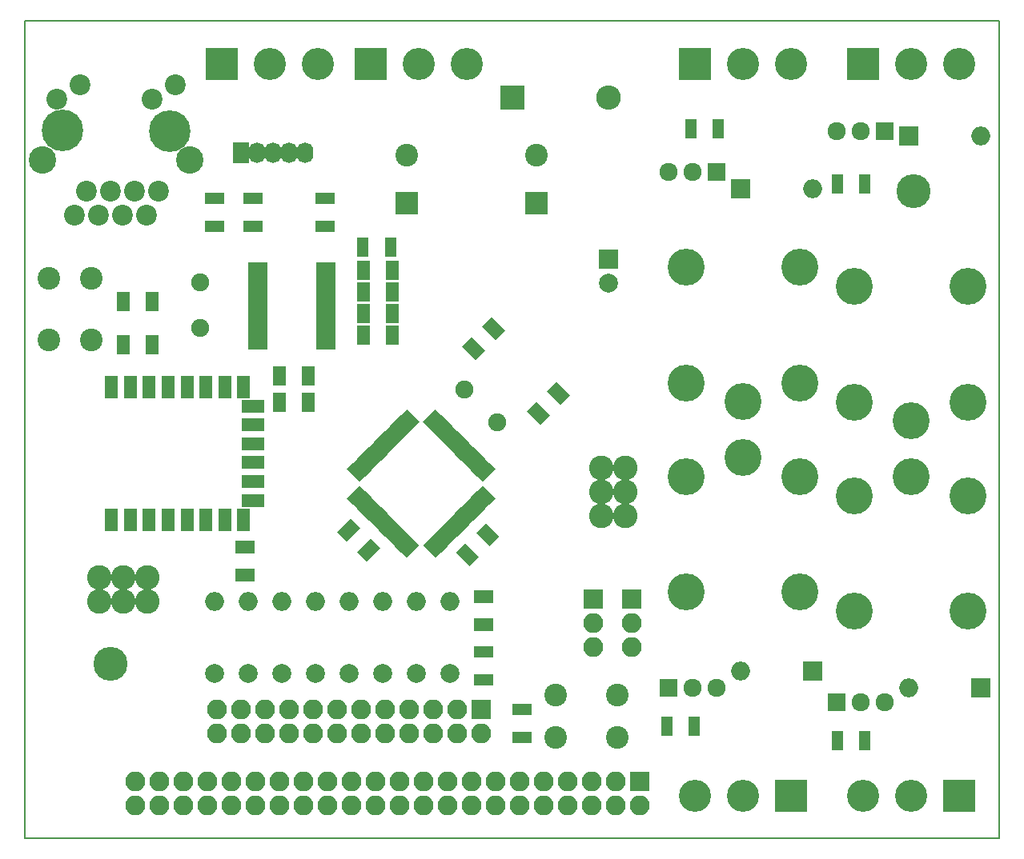
<source format=gts>
G04 #@! TF.FileFunction,Soldermask,Top*
%FSLAX46Y46*%
G04 Gerber Fmt 4.6, Leading zero omitted, Abs format (unit mm)*
G04 Created by KiCad (PCBNEW 4.0.7) date 03/03/18 09:37:42*
%MOMM*%
%LPD*%
G01*
G04 APERTURE LIST*
%ADD10C,0.100000*%
%ADD11C,0.150000*%
%ADD12C,3.600000*%
%ADD13R,1.400000X2.400000*%
%ADD14R,2.400000X1.400000*%
%ADD15C,3.900000*%
%ADD16R,1.400000X2.000000*%
%ADD17R,2.000000X1.400000*%
%ADD18R,2.000000X2.000000*%
%ADD19C,2.000000*%
%ADD20R,2.400000X2.400000*%
%ADD21C,2.400000*%
%ADD22R,2.600000X2.600000*%
%ADD23O,2.600000X2.600000*%
%ADD24R,2.100000X2.100000*%
%ADD25O,2.100000X2.100000*%
%ADD26R,3.400000X3.400000*%
%ADD27C,3.400000*%
%ADD28C,2.200000*%
%ADD29C,4.400000*%
%ADD30C,2.900000*%
%ADD31R,2.100000X1.300000*%
%ADD32O,2.000000X2.000000*%
%ADD33R,1.300000X2.100000*%
%ADD34C,2.600000*%
%ADD35C,1.920000*%
%ADD36R,1.920000X1.920000*%
%ADD37R,1.750000X2.200000*%
%ADD38O,1.750000X2.200000*%
%ADD39C,1.900000*%
%ADD40R,2.150000X0.850000*%
G04 APERTURE END LIST*
D10*
D11*
X30000000Y-116500000D02*
X30000000Y-30000000D01*
X133000000Y-116500000D02*
X30000000Y-116500000D01*
X133000000Y-30000000D02*
X133000000Y-116500000D01*
X30000000Y-30000000D02*
X133000000Y-30000000D01*
D12*
X38989000Y-98044000D03*
D13*
X39116000Y-82804000D03*
X41116000Y-82804000D03*
X43116000Y-82804000D03*
X45116000Y-82804000D03*
X47116000Y-82804000D03*
X49116000Y-82804000D03*
X51116000Y-82804000D03*
X53116000Y-82804000D03*
X53116000Y-68804000D03*
X51116000Y-68804000D03*
X49116000Y-68804000D03*
X47116000Y-68804000D03*
X45116000Y-68804000D03*
X43116000Y-68804000D03*
X41116000Y-68804000D03*
X39116000Y-68804000D03*
D14*
X54116000Y-80788000D03*
X54116000Y-78788000D03*
X54116000Y-76788000D03*
X54116000Y-74788000D03*
X54116000Y-72788000D03*
X54116000Y-70788000D03*
D15*
X105918000Y-70326000D03*
X99918000Y-68326000D03*
X111918000Y-68326000D03*
X99918000Y-56126000D03*
X111918000Y-56126000D03*
D16*
X68810000Y-60960000D03*
X65810000Y-60960000D03*
D10*
G36*
X84495472Y-72747742D02*
X83081258Y-71333528D01*
X84071208Y-70343578D01*
X85485422Y-71757792D01*
X84495472Y-72747742D01*
X84495472Y-72747742D01*
G37*
G36*
X86616792Y-70626422D02*
X85202578Y-69212208D01*
X86192528Y-68222258D01*
X87606742Y-69636472D01*
X86616792Y-70626422D01*
X86616792Y-70626422D01*
G37*
G36*
X77637472Y-65889742D02*
X76223258Y-64475528D01*
X77213208Y-63485578D01*
X78627422Y-64899792D01*
X77637472Y-65889742D01*
X77637472Y-65889742D01*
G37*
G36*
X79758792Y-63768422D02*
X78344578Y-62354208D01*
X79334528Y-61364258D01*
X80748742Y-62778472D01*
X79758792Y-63768422D01*
X79758792Y-63768422D01*
G37*
D16*
X56920000Y-67564000D03*
X59920000Y-67564000D03*
D17*
X78486000Y-93956000D03*
X78486000Y-90956000D03*
D16*
X43410000Y-59690000D03*
X40410000Y-59690000D03*
X43410000Y-64262000D03*
X40410000Y-64262000D03*
X65810000Y-58674000D03*
X68810000Y-58674000D03*
D17*
X53213000Y-88685500D03*
X53213000Y-85685500D03*
D16*
X65810000Y-56388000D03*
X68810000Y-56388000D03*
D10*
G36*
X63015258Y-84114472D02*
X64429472Y-82700258D01*
X65419422Y-83690208D01*
X64005208Y-85104422D01*
X63015258Y-84114472D01*
X63015258Y-84114472D01*
G37*
G36*
X65136578Y-86235792D02*
X66550792Y-84821578D01*
X67540742Y-85811528D01*
X66126528Y-87225742D01*
X65136578Y-86235792D01*
X65136578Y-86235792D01*
G37*
D16*
X65810000Y-63246000D03*
X68810000Y-63246000D03*
X59920000Y-70358000D03*
X56920000Y-70358000D03*
D10*
G36*
X77002472Y-87733742D02*
X75588258Y-86319528D01*
X76578208Y-85329578D01*
X77992422Y-86743792D01*
X77002472Y-87733742D01*
X77002472Y-87733742D01*
G37*
G36*
X79123792Y-85612422D02*
X77709578Y-84198208D01*
X78699528Y-83208258D01*
X80113742Y-84622472D01*
X79123792Y-85612422D01*
X79123792Y-85612422D01*
G37*
D18*
X91694000Y-55245000D03*
D19*
X91694000Y-57745000D03*
D20*
X84074000Y-49276000D03*
D21*
X84074000Y-44276000D03*
D22*
X81534000Y-38100000D03*
D23*
X91694000Y-38100000D03*
D24*
X94107000Y-91186000D03*
D25*
X94107000Y-93726000D03*
X94107000Y-96266000D03*
D24*
X90043000Y-91186000D03*
D25*
X90043000Y-93726000D03*
X90043000Y-96266000D03*
D26*
X100838000Y-34544000D03*
D27*
X105918000Y-34544000D03*
X110998000Y-34544000D03*
D26*
X118618000Y-34544000D03*
D27*
X123698000Y-34544000D03*
X128778000Y-34544000D03*
D26*
X110998000Y-112014000D03*
D27*
X105918000Y-112014000D03*
X100838000Y-112014000D03*
D26*
X128778000Y-112014000D03*
D27*
X123698000Y-112014000D03*
X118618000Y-112014000D03*
D28*
X44069000Y-48006000D03*
X42799000Y-50546000D03*
X41529000Y-48006000D03*
X40259000Y-50546000D03*
X38989000Y-48006000D03*
X37719000Y-50546000D03*
X36449000Y-48006000D03*
X35179000Y-50546000D03*
D29*
X45324000Y-41666000D03*
X33924000Y-41636000D03*
D30*
X47424000Y-44706000D03*
X31824000Y-44706000D03*
D28*
X45924000Y-36766000D03*
X43424000Y-38286000D03*
X33324000Y-38286000D03*
X35824000Y-36766000D03*
D26*
X66548000Y-34544000D03*
D27*
X71628000Y-34544000D03*
X76708000Y-34544000D03*
D26*
X50800000Y-34544000D03*
D27*
X55880000Y-34544000D03*
X60960000Y-34544000D03*
D24*
X78232000Y-102870000D03*
D25*
X78232000Y-105410000D03*
X75692000Y-102870000D03*
X75692000Y-105410000D03*
X73152000Y-102870000D03*
X73152000Y-105410000D03*
X70612000Y-102870000D03*
X70612000Y-105410000D03*
X68072000Y-102870000D03*
X68072000Y-105410000D03*
X65532000Y-102870000D03*
X65532000Y-105410000D03*
X62992000Y-102870000D03*
X62992000Y-105410000D03*
X60452000Y-102870000D03*
X60452000Y-105410000D03*
X57912000Y-102870000D03*
X57912000Y-105410000D03*
X55372000Y-102870000D03*
X55372000Y-105410000D03*
X52832000Y-102870000D03*
X52832000Y-105410000D03*
X50292000Y-102870000D03*
X50292000Y-105410000D03*
D20*
X70358000Y-49276000D03*
D21*
X70358000Y-44276000D03*
D31*
X82550000Y-102944000D03*
X82550000Y-105844000D03*
X78486000Y-99748000D03*
X78486000Y-96848000D03*
D19*
X74930000Y-99060000D03*
D32*
X74930000Y-91440000D03*
D19*
X71374000Y-99060000D03*
D32*
X71374000Y-91440000D03*
D19*
X67818000Y-99060000D03*
D32*
X67818000Y-91440000D03*
D19*
X64262000Y-99060000D03*
D32*
X64262000Y-91440000D03*
D19*
X60706000Y-99060000D03*
D32*
X60706000Y-91440000D03*
D19*
X57150000Y-99060000D03*
D32*
X57150000Y-91440000D03*
D19*
X53594000Y-99060000D03*
D32*
X53594000Y-91440000D03*
D19*
X50038000Y-99060000D03*
D32*
X50038000Y-91440000D03*
D33*
X100404000Y-41402000D03*
X103304000Y-41402000D03*
X115898000Y-47244000D03*
X118798000Y-47244000D03*
X100764000Y-104648000D03*
X97864000Y-104648000D03*
X118798000Y-106172000D03*
X115898000Y-106172000D03*
D31*
X61722000Y-51742000D03*
X61722000Y-48842000D03*
D33*
X68633000Y-53975000D03*
X65733000Y-53975000D03*
D31*
X50038000Y-48842000D03*
X50038000Y-51742000D03*
X54102000Y-48842000D03*
X54102000Y-51742000D03*
D34*
X42926000Y-88900000D03*
X42926000Y-91440000D03*
X40386000Y-88900000D03*
X40386000Y-91440000D03*
X37846000Y-88900000D03*
X37846000Y-91440000D03*
X90932000Y-77343000D03*
X93472000Y-77343000D03*
X90932000Y-79883000D03*
X93472000Y-79883000D03*
X90932000Y-82423000D03*
X93472000Y-82423000D03*
D21*
X86106000Y-105846000D03*
X86106000Y-101346000D03*
X92606000Y-105846000D03*
X92606000Y-101346000D03*
D24*
X94996000Y-110490000D03*
D25*
X94996000Y-113030000D03*
X92456000Y-110490000D03*
X92456000Y-113030000D03*
X89916000Y-110490000D03*
X89916000Y-113030000D03*
X87376000Y-110490000D03*
X87376000Y-113030000D03*
X84836000Y-110490000D03*
X84836000Y-113030000D03*
X82296000Y-110490000D03*
X82296000Y-113030000D03*
X79756000Y-110490000D03*
X79756000Y-113030000D03*
X77216000Y-110490000D03*
X77216000Y-113030000D03*
X74676000Y-110490000D03*
X74676000Y-113030000D03*
X72136000Y-110490000D03*
X72136000Y-113030000D03*
X69596000Y-110490000D03*
X69596000Y-113030000D03*
X67056000Y-110490000D03*
X67056000Y-113030000D03*
X64516000Y-110490000D03*
X64516000Y-113030000D03*
X61976000Y-110490000D03*
X61976000Y-113030000D03*
X59436000Y-110490000D03*
X59436000Y-113030000D03*
X56896000Y-110490000D03*
X56896000Y-113030000D03*
X54356000Y-110490000D03*
X54356000Y-113030000D03*
X51816000Y-110490000D03*
X51816000Y-113030000D03*
X49276000Y-110490000D03*
X49276000Y-113030000D03*
X46736000Y-110490000D03*
X46736000Y-113030000D03*
X44196000Y-110490000D03*
X44196000Y-113030000D03*
X41656000Y-110490000D03*
X41656000Y-113030000D03*
D35*
X100584000Y-45974000D03*
X98044000Y-45974000D03*
D36*
X103124000Y-45974000D03*
D35*
X118364000Y-41656000D03*
X115824000Y-41656000D03*
D36*
X120904000Y-41656000D03*
D18*
X105664000Y-47752000D03*
D32*
X113284000Y-47752000D03*
D18*
X123444000Y-42164000D03*
D32*
X131064000Y-42164000D03*
D15*
X123698000Y-72358000D03*
X117698000Y-70358000D03*
X129698000Y-70358000D03*
X117698000Y-58158000D03*
X129698000Y-58158000D03*
D35*
X100584000Y-100584000D03*
X103124000Y-100584000D03*
D36*
X98044000Y-100584000D03*
D35*
X118364000Y-102108000D03*
X120904000Y-102108000D03*
D36*
X115824000Y-102108000D03*
D18*
X113284000Y-98806000D03*
D32*
X105664000Y-98806000D03*
D15*
X105918000Y-76232000D03*
X111918000Y-78232000D03*
X99918000Y-78232000D03*
X111918000Y-90432000D03*
X99918000Y-90432000D03*
D18*
X131064000Y-100584000D03*
D32*
X123444000Y-100584000D03*
D15*
X123698000Y-78264000D03*
X129698000Y-80264000D03*
X117698000Y-80264000D03*
X129698000Y-92464000D03*
X117698000Y-92464000D03*
D37*
X52832000Y-43942000D03*
D38*
X54532000Y-43942000D03*
X56232000Y-43942000D03*
X57932000Y-43942000D03*
X59632000Y-43942000D03*
D39*
X79883000Y-72517000D03*
X76432319Y-69066319D03*
X48514000Y-57658000D03*
X48514000Y-62538000D03*
D10*
G36*
X79076812Y-76784291D02*
X79748563Y-77456042D01*
X78405060Y-78799545D01*
X77733309Y-78127794D01*
X79076812Y-76784291D01*
X79076812Y-76784291D01*
G37*
G36*
X78511126Y-76218606D02*
X79182877Y-76890357D01*
X77839374Y-78233860D01*
X77167623Y-77562109D01*
X78511126Y-76218606D01*
X78511126Y-76218606D01*
G37*
G36*
X77945441Y-75652921D02*
X78617192Y-76324672D01*
X77273689Y-77668175D01*
X76601938Y-76996424D01*
X77945441Y-75652921D01*
X77945441Y-75652921D01*
G37*
G36*
X77379756Y-75087235D02*
X78051507Y-75758986D01*
X76708004Y-77102489D01*
X76036253Y-76430738D01*
X77379756Y-75087235D01*
X77379756Y-75087235D01*
G37*
G36*
X76814070Y-74521550D02*
X77485821Y-75193301D01*
X76142318Y-76536804D01*
X75470567Y-75865053D01*
X76814070Y-74521550D01*
X76814070Y-74521550D01*
G37*
G36*
X76248385Y-73955864D02*
X76920136Y-74627615D01*
X75576633Y-75971118D01*
X74904882Y-75299367D01*
X76248385Y-73955864D01*
X76248385Y-73955864D01*
G37*
G36*
X75682699Y-73390179D02*
X76354450Y-74061930D01*
X75010947Y-75405433D01*
X74339196Y-74733682D01*
X75682699Y-73390179D01*
X75682699Y-73390179D01*
G37*
G36*
X75117014Y-72824493D02*
X75788765Y-73496244D01*
X74445262Y-74839747D01*
X73773511Y-74167996D01*
X75117014Y-72824493D01*
X75117014Y-72824493D01*
G37*
G36*
X74551328Y-72258808D02*
X75223079Y-72930559D01*
X73879576Y-74274062D01*
X73207825Y-73602311D01*
X74551328Y-72258808D01*
X74551328Y-72258808D01*
G37*
G36*
X73985643Y-71693123D02*
X74657394Y-72364874D01*
X73313891Y-73708377D01*
X72642140Y-73036626D01*
X73985643Y-71693123D01*
X73985643Y-71693123D01*
G37*
G36*
X73419958Y-71127437D02*
X74091709Y-71799188D01*
X72748206Y-73142691D01*
X72076455Y-72470940D01*
X73419958Y-71127437D01*
X73419958Y-71127437D01*
G37*
G36*
X69672291Y-71799188D02*
X70344042Y-71127437D01*
X71687545Y-72470940D01*
X71015794Y-73142691D01*
X69672291Y-71799188D01*
X69672291Y-71799188D01*
G37*
G36*
X69106606Y-72364874D02*
X69778357Y-71693123D01*
X71121860Y-73036626D01*
X70450109Y-73708377D01*
X69106606Y-72364874D01*
X69106606Y-72364874D01*
G37*
G36*
X68540921Y-72930559D02*
X69212672Y-72258808D01*
X70556175Y-73602311D01*
X69884424Y-74274062D01*
X68540921Y-72930559D01*
X68540921Y-72930559D01*
G37*
G36*
X67975235Y-73496244D02*
X68646986Y-72824493D01*
X69990489Y-74167996D01*
X69318738Y-74839747D01*
X67975235Y-73496244D01*
X67975235Y-73496244D01*
G37*
G36*
X67409550Y-74061930D02*
X68081301Y-73390179D01*
X69424804Y-74733682D01*
X68753053Y-75405433D01*
X67409550Y-74061930D01*
X67409550Y-74061930D01*
G37*
G36*
X66843864Y-74627615D02*
X67515615Y-73955864D01*
X68859118Y-75299367D01*
X68187367Y-75971118D01*
X66843864Y-74627615D01*
X66843864Y-74627615D01*
G37*
G36*
X66278179Y-75193301D02*
X66949930Y-74521550D01*
X68293433Y-75865053D01*
X67621682Y-76536804D01*
X66278179Y-75193301D01*
X66278179Y-75193301D01*
G37*
G36*
X65712493Y-75758986D02*
X66384244Y-75087235D01*
X67727747Y-76430738D01*
X67055996Y-77102489D01*
X65712493Y-75758986D01*
X65712493Y-75758986D01*
G37*
G36*
X65146808Y-76324672D02*
X65818559Y-75652921D01*
X67162062Y-76996424D01*
X66490311Y-77668175D01*
X65146808Y-76324672D01*
X65146808Y-76324672D01*
G37*
G36*
X64581123Y-76890357D02*
X65252874Y-76218606D01*
X66596377Y-77562109D01*
X65924626Y-78233860D01*
X64581123Y-76890357D01*
X64581123Y-76890357D01*
G37*
G36*
X64015437Y-77456042D02*
X64687188Y-76784291D01*
X66030691Y-78127794D01*
X65358940Y-78799545D01*
X64015437Y-77456042D01*
X64015437Y-77456042D01*
G37*
G36*
X65358940Y-79188455D02*
X66030691Y-79860206D01*
X64687188Y-81203709D01*
X64015437Y-80531958D01*
X65358940Y-79188455D01*
X65358940Y-79188455D01*
G37*
G36*
X65924626Y-79754140D02*
X66596377Y-80425891D01*
X65252874Y-81769394D01*
X64581123Y-81097643D01*
X65924626Y-79754140D01*
X65924626Y-79754140D01*
G37*
G36*
X66490311Y-80319825D02*
X67162062Y-80991576D01*
X65818559Y-82335079D01*
X65146808Y-81663328D01*
X66490311Y-80319825D01*
X66490311Y-80319825D01*
G37*
G36*
X67055996Y-80885511D02*
X67727747Y-81557262D01*
X66384244Y-82900765D01*
X65712493Y-82229014D01*
X67055996Y-80885511D01*
X67055996Y-80885511D01*
G37*
G36*
X67621682Y-81451196D02*
X68293433Y-82122947D01*
X66949930Y-83466450D01*
X66278179Y-82794699D01*
X67621682Y-81451196D01*
X67621682Y-81451196D01*
G37*
G36*
X68187367Y-82016882D02*
X68859118Y-82688633D01*
X67515615Y-84032136D01*
X66843864Y-83360385D01*
X68187367Y-82016882D01*
X68187367Y-82016882D01*
G37*
G36*
X68753053Y-82582567D02*
X69424804Y-83254318D01*
X68081301Y-84597821D01*
X67409550Y-83926070D01*
X68753053Y-82582567D01*
X68753053Y-82582567D01*
G37*
G36*
X69318738Y-83148253D02*
X69990489Y-83820004D01*
X68646986Y-85163507D01*
X67975235Y-84491756D01*
X69318738Y-83148253D01*
X69318738Y-83148253D01*
G37*
G36*
X69884424Y-83713938D02*
X70556175Y-84385689D01*
X69212672Y-85729192D01*
X68540921Y-85057441D01*
X69884424Y-83713938D01*
X69884424Y-83713938D01*
G37*
G36*
X70450109Y-84279623D02*
X71121860Y-84951374D01*
X69778357Y-86294877D01*
X69106606Y-85623126D01*
X70450109Y-84279623D01*
X70450109Y-84279623D01*
G37*
G36*
X71015794Y-84845309D02*
X71687545Y-85517060D01*
X70344042Y-86860563D01*
X69672291Y-86188812D01*
X71015794Y-84845309D01*
X71015794Y-84845309D01*
G37*
G36*
X72076455Y-85517060D02*
X72748206Y-84845309D01*
X74091709Y-86188812D01*
X73419958Y-86860563D01*
X72076455Y-85517060D01*
X72076455Y-85517060D01*
G37*
G36*
X72642140Y-84951374D02*
X73313891Y-84279623D01*
X74657394Y-85623126D01*
X73985643Y-86294877D01*
X72642140Y-84951374D01*
X72642140Y-84951374D01*
G37*
G36*
X73207825Y-84385689D02*
X73879576Y-83713938D01*
X75223079Y-85057441D01*
X74551328Y-85729192D01*
X73207825Y-84385689D01*
X73207825Y-84385689D01*
G37*
G36*
X73773511Y-83820004D02*
X74445262Y-83148253D01*
X75788765Y-84491756D01*
X75117014Y-85163507D01*
X73773511Y-83820004D01*
X73773511Y-83820004D01*
G37*
G36*
X74339196Y-83254318D02*
X75010947Y-82582567D01*
X76354450Y-83926070D01*
X75682699Y-84597821D01*
X74339196Y-83254318D01*
X74339196Y-83254318D01*
G37*
G36*
X74904882Y-82688633D02*
X75576633Y-82016882D01*
X76920136Y-83360385D01*
X76248385Y-84032136D01*
X74904882Y-82688633D01*
X74904882Y-82688633D01*
G37*
G36*
X75470567Y-82122947D02*
X76142318Y-81451196D01*
X77485821Y-82794699D01*
X76814070Y-83466450D01*
X75470567Y-82122947D01*
X75470567Y-82122947D01*
G37*
G36*
X76036253Y-81557262D02*
X76708004Y-80885511D01*
X78051507Y-82229014D01*
X77379756Y-82900765D01*
X76036253Y-81557262D01*
X76036253Y-81557262D01*
G37*
G36*
X76601938Y-80991576D02*
X77273689Y-80319825D01*
X78617192Y-81663328D01*
X77945441Y-82335079D01*
X76601938Y-80991576D01*
X76601938Y-80991576D01*
G37*
G36*
X77167623Y-80425891D02*
X77839374Y-79754140D01*
X79182877Y-81097643D01*
X78511126Y-81769394D01*
X77167623Y-80425891D01*
X77167623Y-80425891D01*
G37*
G36*
X77733309Y-79860206D02*
X78405060Y-79188455D01*
X79748563Y-80531958D01*
X79076812Y-81203709D01*
X77733309Y-79860206D01*
X77733309Y-79860206D01*
G37*
D40*
X61766000Y-64423000D03*
X61766000Y-63773000D03*
X61766000Y-63123000D03*
X61766000Y-62473000D03*
X61766000Y-61823000D03*
X61766000Y-61173000D03*
X61766000Y-60523000D03*
X61766000Y-59873000D03*
X61766000Y-59223000D03*
X61766000Y-58573000D03*
X61766000Y-57923000D03*
X61766000Y-57273000D03*
X61766000Y-56623000D03*
X61766000Y-55973000D03*
X54566000Y-55973000D03*
X54566000Y-56623000D03*
X54566000Y-57273000D03*
X54566000Y-57923000D03*
X54566000Y-58573000D03*
X54566000Y-59223000D03*
X54566000Y-59873000D03*
X54566000Y-60523000D03*
X54566000Y-61173000D03*
X54566000Y-61823000D03*
X54566000Y-62473000D03*
X54566000Y-63123000D03*
X54566000Y-63773000D03*
X54566000Y-64423000D03*
D21*
X37012000Y-63754000D03*
X32512000Y-63754000D03*
X37012000Y-57254000D03*
X32512000Y-57254000D03*
D12*
X123952000Y-48006000D03*
M02*

</source>
